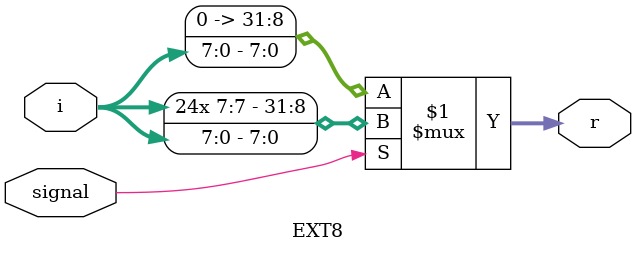
<source format=v>

module EXT8 #(parameter WIDTH = 8)(
	input [WIDTH-1:0] i,
	input signal,		// 1 resprent for signed
	output [31:0] r
	);
	
	assign r = signal ? {{(32-WIDTH){i[WIDTH-1]}}, i} : {{(32-WIDTH){1'b0}}, i};

endmodule


</source>
